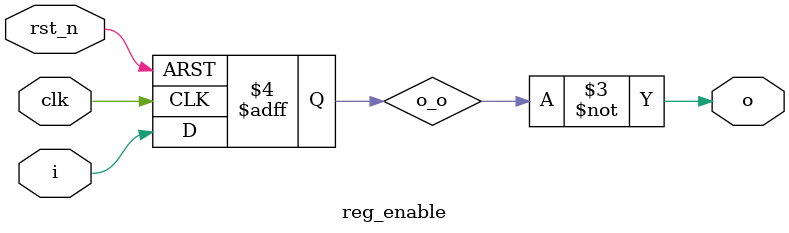
<source format=v>
module reg_enable (
	input clk, 
	input rst_n,
	input i,
	output o 
);


reg o_o; 
always @(posedge clk or negedge rst_n) 
	if (~rst_n) 
		o_o <= 1'b0;
	else 
		o_o <= i;
		
assign o=~o_o;
	
endmodule
</source>
